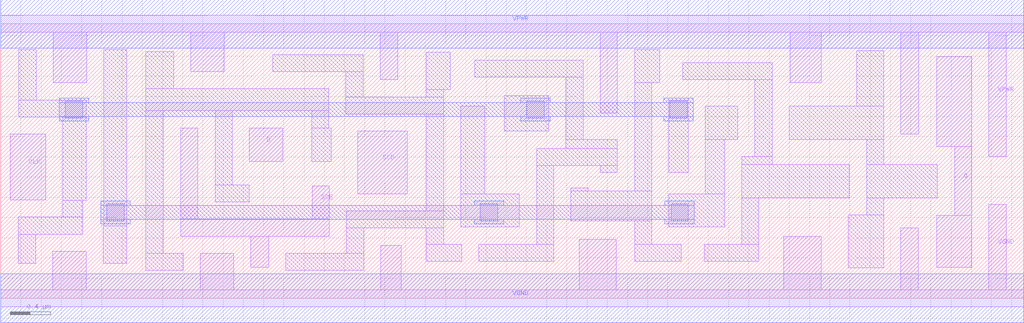
<source format=lef>
# Copyright 2020 The SkyWater PDK Authors
#
# Licensed under the Apache License, Version 2.0 (the "License");
# you may not use this file except in compliance with the License.
# You may obtain a copy of the License at
#
#     https://www.apache.org/licenses/LICENSE-2.0
#
# Unless required by applicable law or agreed to in writing, software
# distributed under the License is distributed on an "AS IS" BASIS,
# WITHOUT WARRANTIES OR CONDITIONS OF ANY KIND, either express or implied.
# See the License for the specific language governing permissions and
# limitations under the License.
#
# SPDX-License-Identifier: Apache-2.0

VERSION 5.5 ;
NAMESCASESENSITIVE ON ;
BUSBITCHARS "[]" ;
DIVIDERCHAR "/" ;
MACRO sky130_fd_sc_hd__sdfxtp_2
  CLASS CORE ;
  SOURCE USER ;
  ORIGIN  0.000000  0.000000 ;
  SIZE  10.12000 BY  2.720000 ;
  SYMMETRY X Y R90 ;
  SITE unithd ;
  PIN D
    ANTENNAGATEAREA  0.159000 ;
    DIRECTION INPUT ;
    USE SIGNAL ;
    PORT
      LAYER li1 ;
        RECT 2.460000 1.355000 2.790000 1.685000 ;
    END
  END D
  PIN Q
    ANTENNADIFFAREA  0.445500 ;
    DIRECTION OUTPUT ;
    USE SIGNAL ;
    PORT
      LAYER li1 ;
        RECT 9.260000 0.305000 9.605000 0.820000 ;
        RECT 9.260000 1.505000 9.605000 2.395000 ;
        RECT 9.435000 0.820000 9.605000 1.505000 ;
    END
  END Q
  PIN SCD
    ANTENNAGATEAREA  0.159000 ;
    DIRECTION INPUT ;
    USE SIGNAL ;
    PORT
      LAYER li1 ;
        RECT 3.530000 1.035000 4.020000 1.655000 ;
    END
  END SCD
  PIN SCE
    ANTENNAGATEAREA  0.318000 ;
    DIRECTION INPUT ;
    USE SIGNAL ;
    PORT
      LAYER li1 ;
        RECT 1.780000 0.615000 3.250000 0.785000 ;
        RECT 1.780000 0.785000 1.950000 1.685000 ;
        RECT 2.475000 0.305000 2.650000 0.615000 ;
        RECT 3.080000 0.785000 3.250000 1.115000 ;
    END
  END SCE
  PIN CLK
    ANTENNAGATEAREA  0.159000 ;
    DIRECTION INPUT ;
    USE CLOCK ;
    PORT
      LAYER li1 ;
        RECT 0.095000 0.975000 0.445000 1.625000 ;
    END
  END CLK
  PIN VGND
    DIRECTION INOUT ;
    SHAPE ABUTMENT ;
    USE GROUND ;
    PORT
      LAYER li1 ;
        RECT 0.000000 -0.085000 10.120000 0.085000 ;
        RECT 0.515000  0.085000  0.845000 0.465000 ;
        RECT 1.975000  0.085000  2.305000 0.445000 ;
        RECT 3.760000  0.085000  3.960000 0.525000 ;
        RECT 5.720000  0.085000  6.090000 0.585000 ;
        RECT 7.745000  0.085000  8.115000 0.615000 ;
        RECT 8.905000  0.085000  9.075000 0.695000 ;
        RECT 9.775000  0.085000  9.945000 0.930000 ;
    END
    PORT
      LAYER met1 ;
        RECT 0.000000 -0.240000 10.120000 0.240000 ;
    END
  END VGND
  PIN VPWR
    DIRECTION INOUT ;
    SHAPE ABUTMENT ;
    USE POWER ;
    PORT
      LAYER li1 ;
        RECT 0.000000 2.635000 10.120000 2.805000 ;
        RECT 0.520000 2.135000  0.850000 2.635000 ;
        RECT 1.880000 2.245000  2.210000 2.635000 ;
        RECT 3.755000 2.165000  3.925000 2.635000 ;
        RECT 5.930000 1.835000  6.100000 2.635000 ;
        RECT 7.810000 2.135000  8.115000 2.635000 ;
        RECT 8.905000 1.625000  9.080000 2.635000 ;
        RECT 9.775000 1.405000  9.945000 2.635000 ;
    END
    PORT
      LAYER met1 ;
        RECT 0.000000 2.480000 10.120000 2.960000 ;
    END
  END VPWR
  OBS
    LAYER li1 ;
      RECT 0.175000 0.345000 0.345000 0.635000 ;
      RECT 0.175000 0.635000 0.810000 0.805000 ;
      RECT 0.180000 1.795000 0.845000 1.965000 ;
      RECT 0.180000 1.965000 0.350000 2.465000 ;
      RECT 0.615000 0.805000 0.810000 0.970000 ;
      RECT 0.615000 0.970000 0.845000 1.795000 ;
      RECT 1.015000 0.345000 1.245000 0.715000 ;
      RECT 1.020000 0.715000 1.245000 2.465000 ;
      RECT 1.435000 0.275000 1.805000 0.445000 ;
      RECT 1.435000 0.445000 1.605000 1.860000 ;
      RECT 1.435000 1.860000 3.245000 2.075000 ;
      RECT 1.435000 2.075000 1.710000 2.445000 ;
      RECT 2.120000 0.955000 2.460000 1.125000 ;
      RECT 2.120000 1.125000 2.290000 1.860000 ;
      RECT 2.690000 2.245000 3.585000 2.415000 ;
      RECT 2.820000 0.275000 3.590000 0.445000 ;
      RECT 3.075000 1.355000 3.270000 1.685000 ;
      RECT 3.075000 1.685000 3.245000 1.860000 ;
      RECT 3.415000 1.825000 4.380000 1.995000 ;
      RECT 3.415000 1.995000 3.585000 2.245000 ;
      RECT 3.420000 0.445000 3.590000 0.695000 ;
      RECT 3.420000 0.695000 4.380000 0.865000 ;
      RECT 4.210000 0.365000 4.560000 0.535000 ;
      RECT 4.210000 0.535000 4.380000 0.695000 ;
      RECT 4.210000 0.865000 4.380000 1.825000 ;
      RECT 4.210000 1.995000 4.380000 2.065000 ;
      RECT 4.210000 2.065000 4.445000 2.440000 ;
      RECT 4.550000 0.705000 5.130000 1.035000 ;
      RECT 4.550000 1.035000 4.790000 1.905000 ;
      RECT 4.690000 2.190000 5.760000 2.360000 ;
      RECT 4.730000 0.365000 5.470000 0.535000 ;
      RECT 4.980000 1.655000 5.420000 2.010000 ;
      RECT 5.300000 0.535000 5.470000 1.315000 ;
      RECT 5.300000 1.315000 6.100000 1.485000 ;
      RECT 5.590000 1.485000 6.100000 1.575000 ;
      RECT 5.590000 1.575000 5.760000 2.190000 ;
      RECT 5.640000 0.765000 6.440000 1.065000 ;
      RECT 5.640000 1.065000 5.810000 1.095000 ;
      RECT 5.930000 1.245000 6.100000 1.315000 ;
      RECT 6.270000 0.365000 6.730000 0.535000 ;
      RECT 6.270000 0.535000 6.440000 0.765000 ;
      RECT 6.270000 1.065000 6.440000 2.135000 ;
      RECT 6.270000 2.135000 6.520000 2.465000 ;
      RECT 6.610000 0.705000 7.160000 1.035000 ;
      RECT 6.610000 1.245000 6.800000 1.965000 ;
      RECT 6.745000 2.165000 7.630000 2.335000 ;
      RECT 6.960000 0.365000 7.500000 0.535000 ;
      RECT 6.970000 1.035000 7.160000 1.575000 ;
      RECT 6.970000 1.575000 7.290000 1.905000 ;
      RECT 7.330000 0.535000 7.500000 0.995000 ;
      RECT 7.330000 0.995000 8.395000 1.325000 ;
      RECT 7.330000 1.325000 7.630000 1.405000 ;
      RECT 7.460000 1.405000 7.630000 2.165000 ;
      RECT 7.800000 1.575000 8.735000 1.905000 ;
      RECT 8.385000 0.300000 8.735000 0.825000 ;
      RECT 8.465000 1.905000 8.735000 2.455000 ;
      RECT 8.565000 0.825000 8.735000 0.995000 ;
      RECT 8.565000 0.995000 9.265000 1.325000 ;
      RECT 8.565000 1.325000 8.735000 1.575000 ;
    LAYER mcon ;
      RECT 0.640000 1.785000 0.810000 1.955000 ;
      RECT 1.050000 0.765000 1.220000 0.935000 ;
      RECT 4.745000 0.765000 4.915000 0.935000 ;
      RECT 5.205000 1.785000 5.375000 1.955000 ;
      RECT 6.620000 1.785000 6.790000 1.955000 ;
      RECT 6.630000 0.765000 6.800000 0.935000 ;
    LAYER met1 ;
      RECT 0.580000 1.755000 0.870000 1.800000 ;
      RECT 0.580000 1.800000 6.850000 1.940000 ;
      RECT 0.580000 1.940000 0.870000 1.985000 ;
      RECT 0.990000 0.735000 1.280000 0.780000 ;
      RECT 0.990000 0.780000 6.860000 0.920000 ;
      RECT 0.990000 0.920000 1.280000 0.965000 ;
      RECT 4.685000 0.735000 4.975000 0.780000 ;
      RECT 4.685000 0.920000 4.975000 0.965000 ;
      RECT 5.145000 1.755000 5.435000 1.800000 ;
      RECT 5.145000 1.940000 5.435000 1.985000 ;
      RECT 6.560000 1.755000 6.850000 1.800000 ;
      RECT 6.560000 1.940000 6.850000 1.985000 ;
      RECT 6.570000 0.735000 6.860000 0.780000 ;
      RECT 6.570000 0.920000 6.860000 0.965000 ;
  END
END sky130_fd_sc_hd__sdfxtp_2
END LIBRARY

</source>
